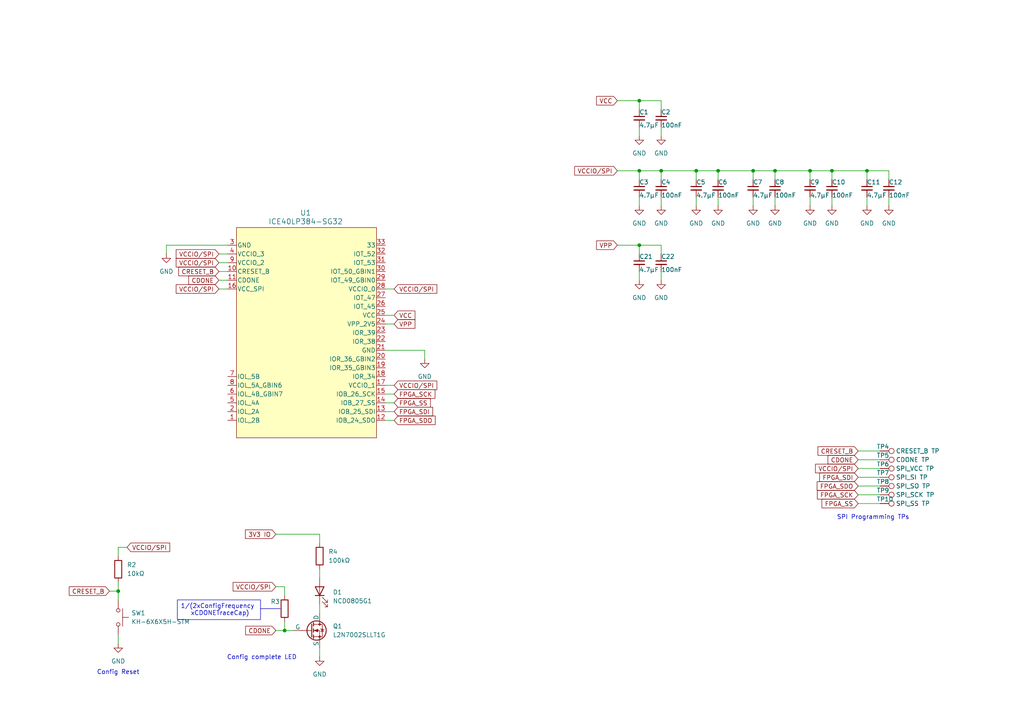
<source format=kicad_sch>
(kicad_sch (version 20250114) (generator "eeschema") (generator_version "9.0")
  (paper "A4")
  (lib_symbols
    (symbol "Connector:TestPoint" (pin_numbers (hide yes)) (pin_names (offset 0.762) (hide yes))
      (property "Reference" "TP" (at 0 6.858 0))
      (property "Value" "TestPoint" (at 0 5.08 0))
      (symbol "TestPoint_0_1"
        (circle (center 0 3.302) (radius 0.762))
      )
      (symbol "TestPoint_1_1"
        (pin passive line (at 0 0 90) (length 2.54) (name "1") (number "1"))
      )
    )
    (symbol "Device:C_Small" (pin_numbers (hide yes)) (pin_names (offset 0.254) (hide yes))
      (property "Reference" "C" (at 0.254 1.778 0))
      (property "Value" "C_Small" (at 0.254 -2.032 0))
      (symbol "C_Small_0_1"
        (polyline (pts (xy -1.524 0.508) (xy 1.524 0.508)) (stroke (width 0.3048)))
        (polyline (pts (xy -1.524 -0.508) (xy 1.524 -0.508)) (stroke (width 0.3302)))
      )
      (symbol "C_Small_1_1"
        (pin passive line (at 0 2.54 270) (length 2.032) (name "~") (number "1"))
        (pin passive line (at 0 -2.54 90) (length 2.032) (name "~") (number "2"))
      )
    )
    (symbol "Device:LED" (pin_numbers (hide yes)) (pin_names (offset 1.016) (hide yes))
      (property "Reference" "D" (at 0 2.54 0))
      (property "Value" "LED" (at 0 -2.54 0))
      (symbol "LED_0_1"
        (polyline (pts (xy -3.048 -0.762) (xy -4.572 -2.286) (xy -3.81 -2.286) (xy -4.572 -2.286) (xy -4.572 -1.524)))
        (polyline (pts (xy -1.778 -0.762) (xy -3.302 -2.286) (xy -2.54 -2.286) (xy -3.302 -2.286) (xy -3.302 -1.524)))
        (polyline (pts (xy -1.27 0) (xy 1.27 0)))
        (polyline (pts (xy -1.27 -1.27) (xy -1.27 1.27)) (stroke (width 0.254)))
        (polyline (pts (xy 1.27 -1.27) (xy 1.27 1.27) (xy -1.27 0) (xy 1.27 -1.27)) (stroke (width 0.254)))
      )
      (symbol "LED_1_1"
        (pin passive line (at -3.81 0 0) (length 2.54) (name "K") (number "1"))
        (pin passive line (at 3.81 0 180) (length 2.54) (name "A") (number "2"))
      )
    )
    (symbol "Device:R" (pin_numbers (hide yes)) (pin_names (offset 0))
      (property "Reference" "R" (at 2.032 0 90))
      (property "Value" "R" (at 0 0 90))
      (symbol "R_0_1"
        (rectangle (start -1.016 -2.54) (end 1.016 2.54) (stroke (width 0.254)))
      )
      (symbol "R_1_1"
        (pin passive line (at 0 3.81 270) (length 1.27) (name "~") (number "1"))
        (pin passive line (at 0 -3.81 90) (length 1.27) (name "~") (number "2"))
      )
    )
    (symbol "FPGA_Lattice_iCE40:ICE40LP384-SG32" (pin_names (offset 0.254))
      (property "Reference" "U" (at 0 35.814 0))
      (property "Value" "ICE40LP384-SG32" (at 0 33.02 0))
      (symbol "ICE40LP384-SG32_1_1"
        (polyline (pts (xy -20.32 30.48) (xy -20.32 -30.48) (xy 20.32 -30.48) (xy 20.32 30.48) (xy -20.32 30.48)) (fill (type background)))
        (pin power_in line (at -22.86 25.4 0) (length 2.54) (name "GND") (number "3"))
        (pin power_in line (at -22.86 22.86 0) (length 2.54) (name "VCCIO_3") (number "4"))
        (pin power_in line (at -22.86 20.32 0) (length 2.54) (name "VCCIO_2") (number "9"))
        (pin unspecified line (at -22.86 17.78 0) (length 2.54) (name "CRESET_B") (number "10"))
        (pin unspecified line (at -22.86 15.24 0) (length 2.54) (name "CDONE") (number "11"))
        (pin power_in line (at -22.86 12.7 0) (length 2.54) (name "VCC_SPI") (number "16"))
        (pin bidirectional line (at -22.86 -12.7 0) (length 2.54) (name "IOL_5B") (number "7"))
        (pin bidirectional line (at -22.86 -15.24 0) (length 2.54) (name "IOL_5A_GBIN6") (number "8"))
        (pin bidirectional line (at -22.86 -17.78 0) (length 2.54) (name "IOL_4B_GBIN7") (number "6"))
        (pin bidirectional line (at -22.86 -20.32 0) (length 2.54) (name "IOL_4A") (number "5"))
        (pin bidirectional line (at -22.86 -22.86 0) (length 2.54) (name "IOL_2A") (number "2"))
        (pin bidirectional line (at -22.86 -25.4 0) (length 2.54) (name "IOL_2B") (number "1"))
        (pin unspecified line (at 22.86 25.4 180) (length 2.54) (name "33") (number "33"))
        (pin bidirectional line (at 22.86 22.86 180) (length 2.54) (name "IOT_52") (number "32"))
        (pin bidirectional line (at 22.86 20.32 180) (length 2.54) (name "IOT_53") (number "31"))
        (pin bidirectional line (at 22.86 17.78 180) (length 2.54) (name "IOT_50_GBIN1") (number "30"))
        (pin bidirectional line (at 22.86 15.24 180) (length 2.54) (name "IOT_49_GBIN0") (number "29"))
        (pin power_in line (at 22.86 12.7 180) (length 2.54) (name "VCCIO_0") (number "28"))
        (pin bidirectional line (at 22.86 10.16 180) (length 2.54) (name "IOT_47") (number "27"))
        (pin bidirectional line (at 22.86 7.62 180) (length 2.54) (name "IOT_45") (number "26"))
        (pin power_in line (at 22.86 5.08 180) (length 2.54) (name "VCC") (number "25"))
        (pin power_in line (at 22.86 2.54 180) (length 2.54) (name "VPP_2V5") (number "24"))
        (pin bidirectional line (at 22.86 0 180) (length 2.54) (name "IOR_39") (number "23"))
        (pin bidirectional line (at 22.86 -2.54 180) (length 2.54) (name "IOR_38") (number "22"))
        (pin power_in line (at 22.86 -5.08 180) (length 2.54) (name "GND") (number "21"))
        (pin bidirectional line (at 22.86 -7.62 180) (length 2.54) (name "IOR_36_GBIN2") (number "20"))
        (pin bidirectional line (at 22.86 -10.16 180) (length 2.54) (name "IOR_35_GBIN3") (number "19"))
        (pin bidirectional line (at 22.86 -12.7 180) (length 2.54) (name "IOR_34") (number "18"))
        (pin power_in line (at 22.86 -15.24 180) (length 2.54) (name "VCCIO_1") (number "17"))
        (pin bidirectional line (at 22.86 -17.78 180) (length 2.54) (name "IOB_26_SCK") (number "15"))
        (pin bidirectional line (at 22.86 -20.32 180) (length 2.54) (name "IOB_27_SS") (number "14"))
        (pin bidirectional line (at 22.86 -22.86 180) (length 2.54) (name "IOB_25_SDI") (number "13"))
        (pin bidirectional line (at 22.86 -25.4 180) (length 2.54) (name "IOB_24_SDO") (number "12"))
      )
    )
    (symbol "Simulation_SPICE:NMOS" (pin_numbers (hide yes)) (pin_names (offset 0))
      (property "Reference" "Q" (at 5.08 1.27 0))
      (property "Value" "NMOS" (at 5.08 -1.27 0))
      (symbol "NMOS_0_1"
        (polyline (pts (xy 0.254 1.905) (xy 0.254 -1.905)) (stroke (width 0.254)))
        (polyline (pts (xy 0.254 0) (xy -2.54 0)))
        (polyline (pts (xy 0.762 2.286) (xy 0.762 1.27)) (stroke (width 0.254)))
        (polyline (pts (xy 0.762 0.508) (xy 0.762 -0.508)) (stroke (width 0.254)))
        (polyline (pts (xy 0.762 -1.27) (xy 0.762 -2.286)) (stroke (width 0.254)))
        (polyline (pts (xy 0.762 -1.778) (xy 3.302 -1.778) (xy 3.302 1.778) (xy 0.762 1.778)))
        (polyline (pts (xy 1.016 0) (xy 2.032 0.381) (xy 2.032 -0.381) (xy 1.016 0)) (fill (type outline)))
        (circle (center 1.651 0) (radius 2.794) (stroke (width 0.254)))
        (polyline (pts (xy 2.54 2.54) (xy 2.54 1.778)))
        (circle (center 2.54 1.778) (radius 0.254) (fill (type outline)))
        (circle (center 2.54 -1.778) (radius 0.254) (fill (type outline)))
        (polyline (pts (xy 2.54 -2.54) (xy 2.54 0) (xy 0.762 0)))
        (polyline (pts (xy 2.794 0.508) (xy 2.921 0.381) (xy 3.683 0.381) (xy 3.81 0.254)))
        (polyline (pts (xy 3.302 0.381) (xy 2.921 -0.254) (xy 3.683 -0.254) (xy 3.302 0.381)))
      )
      (symbol "NMOS_1_1"
        (pin input line (at -5.08 0 0) (length 2.54) (name "G") (number "2"))
        (pin passive line (at 2.54 5.08 270) (length 2.54) (name "D") (number "1"))
        (pin passive line (at 2.54 -5.08 90) (length 2.54) (name "S") (number "3"))
      )
    )
    (symbol "Switch:SW_Push" (pin_numbers (hide yes)) (pin_names (offset 1.016) (hide yes))
      (property "Reference" "SW" (at 1.27 2.54 0))
      (property "Value" "SW_Push" (at 0 -1.524 0))
      (symbol "SW_Push_0_1"
        (circle (center -2.032 0) (radius 0.508))
        (polyline (pts (xy 0 1.27) (xy 0 3.048)))
        (circle (center 2.032 0) (radius 0.508))
        (polyline (pts (xy 2.54 1.27) (xy -2.54 1.27)))
        (pin passive line (at -5.08 0 0) (length 2.54) (name "1") (number "1"))
        (pin passive line (at 5.08 0 180) (length 2.54) (name "2") (number "2"))
      )
    )
    (symbol "power:GND" (power) (pin_numbers (hide yes)) (pin_names (offset 0) (hide yes))
      (property "Value" "GND" (at 0 -3.81 0))
      (symbol "GND_0_1"
        (polyline (pts (xy 0 0) (xy 0 -1.27) (xy 1.27 -1.27) (xy 0 -2.54) (xy -1.27 -1.27) (xy 0 -1.27)))
      )
      (symbol "GND_1_1"
        (pin power_in line (at 0 0 270) (length 0) (name "~") (number "1"))
      )
    )
  )
  (text "Config complete LED" (at 75.946 190.754 0) (effects (font (size 1.27 1.27))))
  (text "SPI Programming TPs" (at 253.238 150.114 0) (effects (font (size 1.27 1.27))))
  (text "Config Reset" (at 34.29 195.072 0) (effects (font (size 1.27 1.27))))
  (text_box "1/(2xConfigFrequency\n   xCDONETraceCap)" (at 51.435 173.99 0) (size 24.13 5.715) (margins 0.9525 0.9525 0.9525 0.9525) (effects (font (size 1.27 1.27)) (justify left top)))
  (junction (at 218.44 49.53))
  (junction (at 251.46 49.53))
  (junction (at 208.28 49.53))
  (junction (at 234.95 49.53))
  (junction (at 224.79 49.53))
  (junction (at 34.29 171.45))
  (junction (at 185.42 71.12))
  (junction (at 201.93 49.53))
  (junction (at 241.3 49.53))
  (junction (at 185.42 49.53))
  (junction (at 191.77 49.53))
  (junction (at 185.42 29.21))
  (junction (at 82.55 182.88))
  (wire (pts (xy 208.28 57.15) (xy 208.28 59.69)))
  (wire (pts (xy 185.42 49.53) (xy 185.42 52.07)))
  (wire (pts (xy 191.77 71.12) (xy 191.77 73.66)))
  (wire (pts (xy 80.01 182.88) (xy 82.55 182.88)))
  (wire (pts (xy 111.76 119.38) (xy 114.3 119.38)))
  (wire (pts (xy 201.93 57.15) (xy 201.93 59.69)))
  (wire (pts (xy 185.42 71.12) (xy 191.77 71.12)))
  (wire (pts (xy 111.76 101.6) (xy 123.19 101.6)))
  (wire (pts (xy 34.29 161.29) (xy 34.29 158.75)))
  (wire (pts (xy 31.75 171.45) (xy 34.29 171.45)))
  (wire (pts (xy 191.77 49.53) (xy 201.93 49.53)))
  (wire (pts (xy 63.5 78.74) (xy 66.04 78.74)))
  (wire (pts (xy 234.95 49.53) (xy 234.95 52.07)))
  (wire (pts (xy 34.29 171.45) (xy 34.29 173.99)))
  (wire (pts (xy 63.5 81.28) (xy 66.04 81.28)))
  (wire (pts (xy 111.76 83.82) (xy 114.3 83.82)))
  (wire (pts (xy 251.46 49.53) (xy 251.46 52.07)))
  (wire (pts (xy 218.44 49.53) (xy 224.79 49.53)))
  (wire (pts (xy 111.76 114.3) (xy 114.3 114.3)))
  (wire (pts (xy 234.95 49.53) (xy 241.3 49.53)))
  (wire (pts (xy 34.29 184.15) (xy 34.29 186.69)))
  (wire (pts (xy 185.42 36.83) (xy 185.42 39.37)))
  (wire (pts (xy 201.93 49.53) (xy 201.93 52.07)))
  (wire (pts (xy 248.92 143.51) (xy 255.27 143.51)))
  (wire (pts (xy 191.77 36.83) (xy 191.77 39.37)))
  (wire (pts (xy 92.71 175.26) (xy 92.71 177.8)))
  (wire (pts (xy 191.77 31.75) (xy 191.77 29.21)))
  (wire (pts (xy 251.46 49.53) (xy 257.81 49.53)))
  (wire (pts (xy 224.79 49.53) (xy 234.95 49.53)))
  (wire (pts (xy 218.44 49.53) (xy 218.44 52.07)))
  (wire (pts (xy 224.79 57.15) (xy 224.79 59.69)))
  (wire (pts (xy 185.42 49.53) (xy 191.77 49.53)))
  (wire (pts (xy 123.19 101.6) (xy 123.19 104.14)))
  (wire (pts (xy 92.71 187.96) (xy 92.71 190.5)))
  (wire (pts (xy 201.93 49.53) (xy 208.28 49.53)))
  (wire (pts (xy 248.92 135.89) (xy 255.27 135.89)))
  (wire (pts (xy 185.42 71.12) (xy 185.42 73.66)))
  (wire (pts (xy 185.42 78.74) (xy 185.42 81.28)))
  (wire (pts (xy 34.29 171.45) (xy 34.29 168.91)))
  (wire (pts (xy 111.76 93.98) (xy 114.3 93.98)))
  (wire (pts (xy 48.26 71.12) (xy 66.04 71.12)))
  (wire (pts (xy 248.92 130.81) (xy 255.27 130.81)))
  (wire (pts (xy 82.55 182.88) (xy 82.55 180.34)))
  (wire (pts (xy 248.92 138.43) (xy 255.27 138.43)))
  (wire (pts (xy 224.79 49.53) (xy 224.79 52.07)))
  (wire (pts (xy 185.42 57.15) (xy 185.42 59.69)))
  (wire (pts (xy 241.3 49.53) (xy 241.3 52.07)))
  (wire (pts (xy 63.5 73.66) (xy 66.04 73.66)))
  (wire (pts (xy 179.07 29.21) (xy 185.42 29.21)))
  (wire (pts (xy 248.92 140.97) (xy 255.27 140.97)))
  (wire (pts (xy 241.3 49.53) (xy 251.46 49.53)))
  (wire (pts (xy 111.76 121.92) (xy 114.3 121.92)))
  (wire (pts (xy 241.3 57.15) (xy 241.3 59.69)))
  (wire (pts (xy 92.71 154.94) (xy 92.71 157.48)))
  (wire (pts (xy 82.55 172.72) (xy 82.55 170.18)))
  (wire (pts (xy 257.81 49.53) (xy 257.81 52.07)))
  (wire (pts (xy 234.95 57.15) (xy 234.95 59.69)))
  (wire (pts (xy 80.01 154.94) (xy 92.71 154.94)))
  (wire (pts (xy 248.92 146.05) (xy 255.27 146.05)))
  (wire (pts (xy 208.28 49.53) (xy 218.44 49.53)))
  (wire (pts (xy 34.29 158.75) (xy 36.83 158.75)))
  (wire (pts (xy 111.76 111.76) (xy 114.3 111.76)))
  (wire (pts (xy 111.76 116.84) (xy 114.3 116.84)))
  (wire (pts (xy 248.92 133.35) (xy 255.27 133.35)))
  (wire (pts (xy 218.44 57.15) (xy 218.44 59.69)))
  (wire (pts (xy 191.77 49.53) (xy 191.77 52.07)))
  (wire (pts (xy 92.71 165.1) (xy 92.71 167.64)))
  (wire (pts (xy 179.07 49.53) (xy 185.42 49.53)))
  (wire (pts (xy 82.55 170.18) (xy 80.01 170.18)))
  (wire (pts (xy 208.28 49.53) (xy 208.28 52.07)))
  (wire (pts (xy 191.77 57.15) (xy 191.77 59.69)))
  (wire (pts (xy 251.46 57.15) (xy 251.46 59.69)))
  (wire (pts (xy 257.81 57.15) (xy 257.81 59.69)))
  (wire (pts (xy 191.77 78.74) (xy 191.77 81.28)))
  (wire (pts (xy 63.5 83.82) (xy 66.04 83.82)))
  (polyline (pts (xy 75.565 176.53) (xy 81.28 176.53)))
  (wire (pts (xy 191.77 29.21) (xy 185.42 29.21)))
  (wire (pts (xy 185.42 29.21) (xy 185.42 31.75)))
  (wire (pts (xy 82.55 182.88) (xy 85.09 182.88)))
  (wire (pts (xy 63.5 76.2) (xy 66.04 76.2)))
  (wire (pts (xy 48.26 73.66) (xy 48.26 71.12)))
  (wire (pts (xy 179.07 71.12) (xy 185.42 71.12)))
  (wire (pts (xy 111.76 91.44) (xy 114.3 91.44)))
  (global_label "FPGA_SCK" (shape input) (at 114.3 114.3 0) (property "Intersheetrefs" "${INTERSHEET_REFS}" (effects (hide yes))))
  (global_label "VCCIO{slash}SPI" (shape input) (at 179.07 49.53 180) (property "Intersheetrefs" "${INTERSHEET_REFS}" (effects (hide yes))))
  (global_label "FPGA_SCK" (shape input) (at 248.92 143.51 180) (property "Intersheetrefs" "${INTERSHEET_REFS}" (effects (hide yes))))
  (global_label "VCCIO{slash}SPI" (shape input) (at 248.92 135.89 180) (property "Intersheetrefs" "${INTERSHEET_REFS}" (effects (hide yes))))
  (global_label "CRESET_B" (shape input) (at 31.75 171.45 180) (property "Intersheetrefs" "${INTERSHEET_REFS}" (effects (hide yes))))
  (global_label "FPGA_SS" (shape input) (at 114.3 116.84 0) (property "Intersheetrefs" "${INTERSHEET_REFS}" (effects (hide yes))))
  (global_label "FPGA_SDI" (shape input) (at 114.3 119.38 0) (property "Intersheetrefs" "${INTERSHEET_REFS}" (effects (hide yes))))
  (global_label "FPGA_SDO" (shape input) (at 114.3 121.92 0) (property "Intersheetrefs" "${INTERSHEET_REFS}" (effects (hide yes))))
  (global_label "CRESET_B" (shape input) (at 63.5 78.74 180) (property "Intersheetrefs" "${INTERSHEET_REFS}" (effects (hide yes))))
  (global_label "VCCIO{slash}SPI" (shape input) (at 63.5 76.2 180) (property "Intersheetrefs" "${INTERSHEET_REFS}" (effects (hide yes))))
  (global_label "3V3 IO" (shape input) (at 80.01 154.94 180) (property "Intersheetrefs" "${INTERSHEET_REFS}" (effects (hide yes))))
  (global_label "VCCIO{slash}SPI" (shape input) (at 63.5 73.66 180) (property "Intersheetrefs" "${INTERSHEET_REFS}" (effects (hide yes))))
  (global_label "CDONE" (shape input) (at 248.92 133.35 180) (property "Intersheetrefs" "${INTERSHEET_REFS}" (effects (hide yes))))
  (global_label "CDONE" (shape input) (at 63.5 81.28 180) (property "Intersheetrefs" "${INTERSHEET_REFS}" (effects (hide yes))))
  (global_label "VCCIO{slash}SPI" (shape input) (at 114.3 111.76 0) (property "Intersheetrefs" "${INTERSHEET_REFS}" (effects (hide yes))))
  (global_label "FPGA_SDO" (shape input) (at 248.92 140.97 180) (property "Intersheetrefs" "${INTERSHEET_REFS}" (effects (hide yes))))
  (global_label "VPP" (shape input) (at 179.07 71.12 180) (property "Intersheetrefs" "${INTERSHEET_REFS}" (effects (hide yes))))
  (global_label "VCCIO{slash}SPI" (shape input) (at 80.01 170.18 180) (property "Intersheetrefs" "${INTERSHEET_REFS}" (effects (hide yes))))
  (global_label "FPGA_SDI" (shape input) (at 248.92 138.43 180) (property "Intersheetrefs" "${INTERSHEET_REFS}" (effects (hide yes))))
  (global_label "VCCIO{slash}SPI" (shape input) (at 63.5 83.82 180) (property "Intersheetrefs" "${INTERSHEET_REFS}" (effects (hide yes))))
  (global_label "VCCIO{slash}SPI" (shape input) (at 36.83 158.75 0) (property "Intersheetrefs" "${INTERSHEET_REFS}" (effects (hide yes))))
  (global_label "VCCIO{slash}SPI" (shape input) (at 114.3 83.82 0) (property "Intersheetrefs" "${INTERSHEET_REFS}" (effects (hide yes))))
  (global_label "VPP" (shape input) (at 114.3 93.98 0) (property "Intersheetrefs" "${INTERSHEET_REFS}" (effects (hide yes))))
  (global_label "FPGA_SS" (shape input) (at 248.92 146.05 180) (property "Intersheetrefs" "${INTERSHEET_REFS}" (effects (hide yes))))
  (global_label "VCC" (shape input) (at 114.3 91.44 0) (property "Intersheetrefs" "${INTERSHEET_REFS}" (effects (hide yes))))
  (global_label "VCC" (shape input) (at 179.07 29.21 180) (property "Intersheetrefs" "${INTERSHEET_REFS}" (effects (hide yes))))
  (global_label "CRESET_B" (shape input) (at 248.92 130.81 180) (property "Intersheetrefs" "${INTERSHEET_REFS}" (effects (hide yes))))
  (global_label "CDONE" (shape input) (at 80.01 182.88 180) (property "Intersheetrefs" "${INTERSHEET_REFS}" (effects (hide yes))))
  (symbol (lib_id "Device:C_Small") (at 251.46 54.61 0) (unit 1)
    (property "Reference" "C11" (at 251.46 52.832 0) (effects (justify left)))
    (property "Value" "4.7μF" (at 251.46 56.642 0) (effects (justify left)))
    (property "Footprint" "Capacitor_SMD:C_0402_1005Metric" (effects (hide yes)))
    (property "Description" "Unpolarized capacitor, small symbol" (effects (hide yes)))
    (property "LCSC" "C23733" (effects (hide yes)))
  )
  (symbol (lib_id "Simulation_SPICE:NMOS") (at 90.17 182.88 0) (unit 1)
    (property "Reference" "Q1" (at 96.52 181.6099 0) (effects (justify left)))
    (property "Value" "L2N7002SLLT1G" (at 96.52 184.15 0) (effects (justify left)))
    (property "Footprint" "Package_TO_SOT_SMD:SOT-23" (effects (hide yes)))
    (property "Description" "N-MOSFET transistor, drain/source/gate" (effects (hide yes)))
    (property "Sim.Device" "NMOS" (effects (hide yes)))
    (property "Sim.Type" "VDMOS" (effects (hide yes)))
    (property "Sim.Pins" "1=D 2=G 3=S" (effects (hide yes)))
    (property "LCSC" "C22446827" (effects (hide yes)))
  )
  (symbol (lib_id "power:GND") (at 185.42 81.28 0) (unit 1)
    (property "Reference" "#PWR020" (effects (hide yes)))
    (property "Value" "GND" (at 185.42 86.36 0))
    (property "Description" "Power symbol creates a global label with name \"GND\" , ground" (effects (hide yes)))
  )
  (symbol (lib_id "Device:LED") (at 92.71 171.45 90) (unit 1)
    (property "Reference" "D1" (at 96.52 171.7674 90) (effects (justify right)))
    (property "Value" "NCD0805G1" (at 96.52 174.3074 90) (effects (justify right)))
    (property "Footprint" "Diode_SMD:D_0805_2012Metric" (effects (hide yes)))
    (property "Datasheet" "kicad-embed://LED-Nationstar-NCD0805G1.pdf" (effects (hide yes)))
    (property "Description" "Light emitting diode" (effects (hide yes)))
    (property "Sim.Pins" "1=K 2=A" (effects (hide yes)))
    (property "LCSC" "C84260" (effects (hide yes)))
  )
  (symbol (lib_id "Connector:TestPoint") (at 255.27 130.81 270) (unit 1)
    (property "Reference" "TP4" (at 254.254 129.54 90) (effects (justify left)))
    (property "Value" "CRESET_B TP" (at 259.842 130.81 90) (effects (justify left)))
    (property "Footprint" "TestPoint:TestPoint_Loop_D1.80mm_Drill1.0mm_Beaded" (effects (hide yes)))
    (property "Description" "test point" (effects (hide yes)))
  )
  (symbol (lib_id "Device:C_Small") (at 185.42 76.2 0) (unit 1)
    (property "Reference" "C21" (at 185.42 74.422 0) (effects (justify left)))
    (property "Value" "4.7μF" (at 185.42 78.232 0) (effects (justify left)))
    (property "Footprint" "Capacitor_SMD:C_0402_1005Metric" (effects (hide yes)))
    (property "Description" "Unpolarized capacitor, small symbol" (effects (hide yes)))
    (property "LCSC" "C23733" (effects (hide yes)))
  )
  (symbol (lib_id "power:GND") (at 191.77 39.37 0) (unit 1)
    (property "Reference" "#PWR02" (effects (hide yes)))
    (property "Value" "GND" (at 191.77 44.45 0))
    (property "Description" "Power symbol creates a global label with name \"GND\" , ground" (effects (hide yes)))
  )
  (symbol (lib_id "Device:C_Small") (at 234.95 54.61 0) (unit 1)
    (property "Reference" "C9" (at 234.95 52.832 0) (effects (justify left)))
    (property "Value" "4.7μF" (at 234.95 56.642 0) (effects (justify left)))
    (property "Footprint" "Capacitor_SMD:C_0402_1005Metric" (effects (hide yes)))
    (property "Description" "Unpolarized capacitor, small symbol" (effects (hide yes)))
    (property "LCSC" "C23733" (effects (hide yes)))
  )
  (symbol (lib_id "Device:C_Small") (at 257.81 54.61 0) (unit 1)
    (property "Reference" "C12" (at 257.81 52.832 0) (effects (justify left)))
    (property "Value" "100nF" (at 257.81 56.642 0) (effects (justify left)))
    (property "Footprint" "Capacitor_SMD:C_0402_1005Metric" (effects (hide yes)))
    (property "Description" "Unpolarized capacitor, small symbol" (effects (hide yes)))
    (property "LCSC" "C1525" (effects (hide yes)))
  )
  (symbol (lib_id "power:GND") (at 234.95 59.69 0) (unit 1)
    (property "Reference" "#PWR011" (effects (hide yes)))
    (property "Value" "GND" (at 234.95 64.77 0))
    (property "Description" "Power symbol creates a global label with name \"GND\" , ground" (effects (hide yes)))
  )
  (symbol (lib_id "power:GND") (at 185.42 39.37 0) (unit 1)
    (property "Reference" "#PWR01" (effects (hide yes)))
    (property "Value" "GND" (at 185.42 44.45 0))
    (property "Description" "Power symbol creates a global label with name \"GND\" , ground" (effects (hide yes)))
  )
  (symbol (lib_id "Device:C_Small") (at 191.77 76.2 0) (unit 1)
    (property "Reference" "C22" (at 191.77 74.422 0) (effects (justify left)))
    (property "Value" "100nF" (at 191.77 78.232 0) (effects (justify left)))
    (property "Footprint" "Capacitor_SMD:C_0402_1005Metric" (effects (hide yes)))
    (property "Description" "Unpolarized capacitor, small symbol" (effects (hide yes)))
    (property "LCSC" "C1525" (effects (hide yes)))
  )
  (symbol (lib_id "Device:C_Small") (at 241.3 54.61 0) (unit 1)
    (property "Reference" "C10" (at 241.3 52.832 0) (effects (justify left)))
    (property "Value" "100nF" (at 241.3 56.642 0) (effects (justify left)))
    (property "Footprint" "Capacitor_SMD:C_0402_1005Metric" (effects (hide yes)))
    (property "Description" "Unpolarized capacitor, small symbol" (effects (hide yes)))
    (property "LCSC" "C1525" (effects (hide yes)))
  )
  (symbol (lib_id "Switch:SW_Push") (at 34.29 179.07 270) (unit 1)
    (property "Reference" "SW1" (at 38.1 177.7999 90) (effects (justify left)))
    (property "Value" "KH-6X6X5H-STM" (at 38.1 180.3399 90) (effects (justify left)))
    (property "Footprint" "Button_Switch_SMD:SW_Push_1P1T_NO_E-Switch_TL3301NxxxxxG" (effects (hide yes)))
    (property "Description" "Push button switch, generic, two pins" (effects (hide yes)))
    (property "LCSC" "C2837531" (effects (hide yes)))
  )
  (symbol (lib_id "power:GND") (at 208.28 59.69 0) (unit 1)
    (property "Reference" "#PWR08" (effects (hide yes)))
    (property "Value" "GND" (at 208.28 64.77 0))
    (property "Description" "Power symbol creates a global label with name \"GND\" , ground" (effects (hide yes)))
  )
  (symbol (lib_id "power:GND") (at 191.77 59.69 0) (unit 1)
    (property "Reference" "#PWR06" (effects (hide yes)))
    (property "Value" "GND" (at 191.77 64.77 0))
    (property "Description" "Power symbol creates a global label with name \"GND\" , ground" (effects (hide yes)))
  )
  (symbol (lib_id "power:GND") (at 48.26 73.66 0) (unit 1)
    (property "Reference" "#PWR03" (effects (hide yes)))
    (property "Value" "GND" (at 48.26 78.74 0))
    (property "Description" "Power symbol creates a global label with name \"GND\" , ground" (effects (hide yes)))
  )
  (symbol (lib_id "power:GND") (at 224.79 59.69 0) (unit 1)
    (property "Reference" "#PWR010" (effects (hide yes)))
    (property "Value" "GND" (at 224.79 64.77 0))
    (property "Description" "Power symbol creates a global label with name \"GND\" , ground" (effects (hide yes)))
  )
  (symbol (lib_id "Device:C_Small") (at 224.79 54.61 0) (unit 1)
    (property "Reference" "C8" (at 224.79 52.832 0) (effects (justify left)))
    (property "Value" "100nF" (at 224.79 56.642 0) (effects (justify left)))
    (property "Footprint" "Capacitor_SMD:C_0402_1005Metric" (effects (hide yes)))
    (property "Description" "Unpolarized capacitor, small symbol" (effects (hide yes)))
    (property "LCSC" "C1525" (effects (hide yes)))
  )
  (symbol (lib_id "power:GND") (at 123.19 104.14 0) (unit 1)
    (property "Reference" "#PWR04" (effects (hide yes)))
    (property "Value" "GND" (at 123.19 109.22 0))
    (property "Description" "Power symbol creates a global label with name \"GND\" , ground" (effects (hide yes)))
  )
  (symbol (lib_id "Device:R") (at 82.55 176.53 0) (unit 1)
    (property "Reference" "R3" (at 78.486 174.498 0) (effects (justify left)))
    (property "Value" "10kΩ" (effects (hide yes)))
    (property "Footprint" "Resistor_SMD:R_0603_1608Metric" (effects (hide yes)))
    (property "Description" "Resistor" (effects (hide yes)))
  )
  (symbol (lib_id "power:GND") (at 191.77 81.28 0) (unit 1)
    (property "Reference" "#PWR021" (effects (hide yes)))
    (property "Value" "GND" (at 191.77 86.36 0))
    (property "Description" "Power symbol creates a global label with name \"GND\" , ground" (effects (hide yes)))
  )
  (symbol (lib_id "power:GND") (at 218.44 59.69 0) (unit 1)
    (property "Reference" "#PWR09" (effects (hide yes)))
    (property "Value" "GND" (at 218.44 64.77 0))
    (property "Description" "Power symbol creates a global label with name \"GND\" , ground" (effects (hide yes)))
  )
  (symbol (lib_id "Connector:TestPoint") (at 255.27 135.89 270) (unit 1)
    (property "Reference" "TP6" (at 254.254 134.62 90) (effects (justify left)))
    (property "Value" "SPI_VCC TP" (at 259.842 135.89 90) (effects (justify left)))
    (property "Footprint" "TestPoint:TestPoint_Loop_D1.80mm_Drill1.0mm_Beaded" (effects (hide yes)))
    (property "Description" "test point" (effects (hide yes)))
  )
  (symbol (lib_id "Connector:TestPoint") (at 255.27 140.97 270) (unit 1)
    (property "Reference" "TP8" (at 254.254 139.7 90) (effects (justify left)))
    (property "Value" "SPI_SO TP" (at 259.842 140.97 90) (effects (justify left)))
    (property "Footprint" "TestPoint:TestPoint_Loop_D1.80mm_Drill1.0mm_Beaded" (effects (hide yes)))
    (property "Description" "test point" (effects (hide yes)))
  )
  (symbol (lib_id "Device:C_Small") (at 208.28 54.61 0) (unit 1)
    (property "Reference" "C6" (at 208.28 52.832 0) (effects (justify left)))
    (property "Value" "100nF" (at 208.28 56.642 0) (effects (justify left)))
    (property "Footprint" "Capacitor_SMD:C_0402_1005Metric" (effects (hide yes)))
    (property "Description" "Unpolarized capacitor, small symbol" (effects (hide yes)))
    (property "LCSC" "C1525" (effects (hide yes)))
  )
  (symbol (lib_id "Device:C_Small") (at 191.77 34.29 0) (unit 1)
    (property "Reference" "C2" (at 191.77 32.512 0) (effects (justify left)))
    (property "Value" "100nF" (at 191.77 36.322 0) (effects (justify left)))
    (property "Footprint" "Capacitor_SMD:C_0402_1005Metric" (effects (hide yes)))
    (property "Description" "Unpolarized capacitor, small symbol" (effects (hide yes)))
    (property "LCSC" "C1525" (effects (hide yes)))
  )
  (symbol (lib_id "Connector:TestPoint") (at 255.27 138.43 270) (unit 1)
    (property "Reference" "TP7" (at 254.254 137.16 90) (effects (justify left)))
    (property "Value" "SPI_SI TP" (at 259.842 138.43 90) (effects (justify left)))
    (property "Footprint" "TestPoint:TestPoint_Loop_D1.80mm_Drill1.0mm_Beaded" (effects (hide yes)))
    (property "Description" "test point" (effects (hide yes)))
  )
  (symbol (lib_id "Device:C_Small") (at 201.93 54.61 0) (unit 1)
    (property "Reference" "C5" (at 201.93 52.832 0) (effects (justify left)))
    (property "Value" "4.7μF" (at 201.93 56.642 0) (effects (justify left)))
    (property "Footprint" "Capacitor_SMD:C_0402_1005Metric" (effects (hide yes)))
    (property "Description" "Unpolarized capacitor, small symbol" (effects (hide yes)))
    (property "LCSC" "C23733" (effects (hide yes)))
  )
  (symbol (lib_id "power:GND") (at 241.3 59.69 0) (unit 1)
    (property "Reference" "#PWR012" (effects (hide yes)))
    (property "Value" "GND" (at 241.3 64.77 0))
    (property "Description" "Power symbol creates a global label with name \"GND\" , ground" (effects (hide yes)))
  )
  (symbol (lib_id "FPGA_Lattice_iCE40:ICE40LP384-SG32") (at 88.9 96.52 0) (unit 1)
    (property "Reference" "U1" (at 88.646 61.722 0) (effects (font (size 1.524 1.524))))
    (property "Value" "ICE40LP384-SG32" (at 88.646 64.262 0) (effects (font (size 1.524 1.524))))
    (property "Footprint" "FPGA_Lattice_iCE40:QFNS32_LAT" (effects (hide yes)))
    (property "Datasheet" "kicad-embed://iCE40LPHXFamilyDataSheet.pdf" (effects (hide yes)))
    (property "Description" "iCE40LP384 with QFN32 footprint" (effects (hide yes)))
    (property "LCSC" "C2678178" (effects (hide yes)))
  )
  (symbol (lib_id "Device:C_Small") (at 218.44 54.61 0) (unit 1)
    (property "Reference" "C7" (at 218.44 52.832 0) (effects (justify left)))
    (property "Value" "4.7μF" (at 218.44 56.642 0) (effects (justify left)))
    (property "Footprint" "Capacitor_SMD:C_0402_1005Metric" (effects (hide yes)))
    (property "Description" "Unpolarized capacitor, small symbol" (effects (hide yes)))
    (property "LCSC" "C23733" (effects (hide yes)))
  )
  (symbol (lib_id "power:GND") (at 201.93 59.69 0) (unit 1)
    (property "Reference" "#PWR07" (effects (hide yes)))
    (property "Value" "GND" (at 201.93 64.77 0))
    (property "Description" "Power symbol creates a global label with name \"GND\" , ground" (effects (hide yes)))
  )
  (symbol (lib_id "Device:C_Small") (at 191.77 54.61 0) (unit 1)
    (property "Reference" "C4" (at 191.77 52.832 0) (effects (justify left)))
    (property "Value" "100nF" (at 191.77 56.642 0) (effects (justify left)))
    (property "Footprint" "Capacitor_SMD:C_0402_1005Metric" (effects (hide yes)))
    (property "Description" "Unpolarized capacitor, small symbol" (effects (hide yes)))
    (property "LCSC" "C1525" (effects (hide yes)))
  )
  (symbol (lib_id "power:GND") (at 34.29 186.69 0) (unit 1)
    (property "Reference" "#PWR016" (effects (hide yes)))
    (property "Value" "GND" (at 34.29 191.77 0))
    (property "Description" "Power symbol creates a global label with name \"GND\" , ground" (effects (hide yes)))
  )
  (symbol (lib_id "Connector:TestPoint") (at 255.27 146.05 270) (unit 1)
    (property "Reference" "TP10" (at 254.254 144.78 90) (effects (justify left)))
    (property "Value" "SPI_SS TP" (at 259.842 146.05 90) (effects (justify left)))
    (property "Footprint" "TestPoint:TestPoint_Loop_D1.80mm_Drill1.0mm_Beaded" (effects (hide yes)))
    (property "Description" "test point" (effects (hide yes)))
  )
  (symbol (lib_id "Device:R") (at 92.71 161.29 0) (unit 1)
    (property "Reference" "R4" (at 95.25 160.0199 0) (effects (justify left)))
    (property "Value" "100kΩ" (at 95.25 162.5599 0) (effects (justify left)))
    (property "Footprint" "Resistor_SMD:R_0603_1608Metric" (effects (hide yes)))
    (property "Description" "Resistor" (effects (hide yes)))
    (property "LCSC" "C25803" (effects (hide yes)))
  )
  (symbol (lib_id "Device:R") (at 34.29 165.1 0) (unit 1)
    (property "Reference" "R2" (at 36.83 163.8299 0) (effects (justify left)))
    (property "Value" "10kΩ" (at 36.83 166.3699 0) (effects (justify left)))
    (property "Footprint" "Resistor_SMD:R_0603_1608Metric" (effects (hide yes)))
    (property "Description" "Resistor" (effects (hide yes)))
    (property "LCSC" "C25804" (effects (hide yes)))
  )
  (symbol (lib_id "power:GND") (at 257.81 59.69 0) (unit 1)
    (property "Reference" "#PWR014" (effects (hide yes)))
    (property "Value" "GND" (at 257.81 64.77 0))
    (property "Description" "Power symbol creates a global label with name \"GND\" , ground" (effects (hide yes)))
  )
  (symbol (lib_id "Device:C_Small") (at 185.42 54.61 0) (unit 1)
    (property "Reference" "C3" (at 185.42 52.832 0) (effects (justify left)))
    (property "Value" "4.7μF" (at 185.42 56.642 0) (effects (justify left)))
    (property "Footprint" "Capacitor_SMD:C_0402_1005Metric" (effects (hide yes)))
    (property "Description" "Unpolarized capacitor, small symbol" (effects (hide yes)))
    (property "LCSC" "C23733" (effects (hide yes)))
  )
  (symbol (lib_id "power:GND") (at 251.46 59.69 0) (unit 1)
    (property "Reference" "#PWR013" (effects (hide yes)))
    (property "Value" "GND" (at 251.46 64.77 0))
    (property "Description" "Power symbol creates a global label with name \"GND\" , ground" (effects (hide yes)))
  )
  (symbol (lib_id "power:GND") (at 92.71 190.5 0) (unit 1)
    (property "Reference" "#PWR022" (effects (hide yes)))
    (property "Value" "GND" (at 92.71 195.58 0))
    (property "Description" "Power symbol creates a global label with name \"GND\" , ground" (effects (hide yes)))
  )
  (symbol (lib_id "Connector:TestPoint") (at 255.27 143.51 270) (unit 1)
    (property "Reference" "TP9" (at 254.254 142.24 90) (effects (justify left)))
    (property "Value" "SPI_SCK TP" (at 259.842 143.51 90) (effects (justify left)))
    (property "Footprint" "TestPoint:TestPoint_Loop_D1.80mm_Drill1.0mm_Beaded" (effects (hide yes)))
    (property "Description" "test point" (effects (hide yes)))
  )
  (symbol (lib_id "Device:C_Small") (at 185.42 34.29 0) (unit 1)
    (property "Reference" "C1" (at 185.42 32.512 0) (effects (justify left)))
    (property "Value" "4.7μF" (at 185.42 36.322 0) (effects (justify left)))
    (property "Footprint" "Capacitor_SMD:C_0402_1005Metric" (effects (hide yes)))
    (property "Description" "Unpolarized capacitor, small symbol" (effects (hide yes)))
    (property "LCSC" "C23733" (effects (hide yes)))
  )
  (symbol (lib_id "Connector:TestPoint") (at 255.27 133.35 270) (unit 1)
    (property "Reference" "TP5" (at 254.254 132.08 90) (effects (justify left)))
    (property "Value" "CDONE TP" (at 259.842 133.35 90) (effects (justify left)))
    (property "Footprint" "TestPoint:TestPoint_Loop_D1.80mm_Drill1.0mm_Beaded" (effects (hide yes)))
    (property "Description" "test point" (effects (hide yes)))
  )
  (symbol (lib_id "power:GND") (at 185.42 59.69 0) (unit 1)
    (property "Reference" "#PWR05" (effects (hide yes)))
    (property "Value" "GND" (at 185.42 64.77 0))
    (property "Description" "Power symbol creates a global label with name \"GND\" , ground" (effects (hide yes)))
  )
)
</source>
